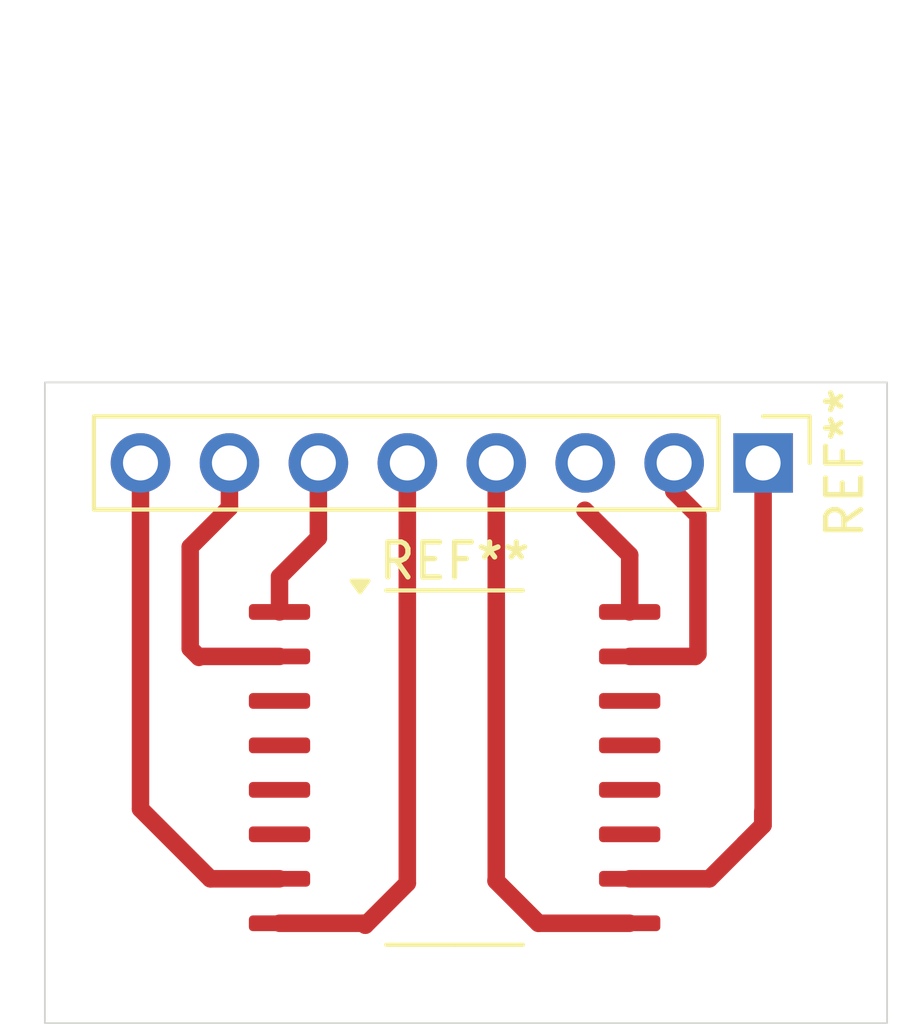
<source format=kicad_pcb>
(kicad_pcb (version 20240108) (generator "pcbnew") (generator_version "8.0")
  (layers (0 "F.Cu" signal) (31 "B.Cu" signal) (34 "B.Paste" user) (35 "F.Paste" user) (36 "B.SilkS" user "B.Silkscreen") (37 "F.SilkS" user "F.Silkscreen") (38 "B.Mask" user) (39 "F.Mask" user) (44 "Edge.Cuts" user))
  (net 0 "")
  (footprint "Connector_PinHeader_2.54mm:PinHeader_1x08_P2.54mm_Vertical" (layer "F.Cu") (at 140.76 114.15 -90)
    (property "Reference" "REF**" (at 0 -2.33 90) (layer "F.SilkS"))
    (property "Value" "PinHeader_1x08_P2.54mm_Vertical")
    (fp_line (start -1.33 19.11) (end 1.33 19.11) (stroke (width 0.12)) (layer "F.SilkS"))
    (fp_line (start -1.33 1.27) (end -1.33 19.11) (stroke (width 0.12)) (layer "F.SilkS"))
    (fp_line (start -1.33 1.27) (end 1.33 1.27) (stroke (width 0.12)) (layer "F.SilkS"))
    (fp_line (start 1.33 1.27) (end 1.33 19.11) (stroke (width 0.12)) (layer "F.SilkS"))
    (fp_line (start -1.33 0) (end -1.33 -1.33) (stroke (width 0.12)) (layer "F.SilkS"))
    (fp_line (start -1.33 -1.33) (end 0 -1.33) (stroke (width 0.12)) (layer "F.SilkS"))
    (pad "1" thru_hole rect (at 0 0 270) (size 1.7 1.7) (drill 1) (layers "*.Cu" "*.Mask"))
    (pad "2" thru_hole oval (at 0 2.54 270) (size 1.7 1.7) (drill 1) (layers "*.Cu" "*.Mask"))
    (pad "3" thru_hole oval (at 0 5.08 270) (size 1.7 1.7) (drill 1) (layers "*.Cu" "*.Mask"))
    (pad "4" thru_hole oval (at 0 7.62 270) (size 1.7 1.7) (drill 1) (layers "*.Cu" "*.Mask"))
    (pad "5" thru_hole oval (at 0 10.16 270) (size 1.7 1.7) (drill 1) (layers "*.Cu" "*.Mask"))
    (pad "6" thru_hole oval (at 0 12.7 270) (size 1.7 1.7) (drill 1) (layers "*.Cu" "*.Mask"))
    (pad "7" thru_hole oval (at 0 15.24 270) (size 1.7 1.7) (drill 1) (layers "*.Cu" "*.Mask"))
    (pad "8" thru_hole oval (at 0 17.78 270) (size 1.7 1.7) (drill 1) (layers "*.Cu" "*.Mask"))
  )
  (footprint "custom:SO-16_10.31x10.31mm_P1.27mm" (layer "F.Cu") (at 131.95 122.85)
    (property "Reference" "REF**" (at 0 -5.9 0) (layer "F.SilkS"))
    (property "Value" "SO-16_10.31x10.31mm_P1.27mm")
    (fp_line (start 0 -5.06) (end -1.95 -5.06) (stroke (width 0.12)) (layer "F.SilkS"))
    (fp_line (start 0 -5.06) (end 1.95 -5.06) (stroke (width 0.12)) (layer "F.SilkS"))
    (fp_line (start 0 5.06) (end -1.95 5.06) (stroke (width 0.12)) (layer "F.SilkS"))
    (fp_line (start 0 5.06) (end 1.95 5.06) (stroke (width 0.12)) (layer "F.SilkS"))
    (fp_poly (pts (xy -2.7 -5.005) (xy -2.94 -5.335) (xy -2.46 -5.335) (xy -2.7 -5.005)) (stroke (width 0.12)) (fill solid) (layer "F.SilkS"))
    (pad "1" smd roundrect (at -5 -4.445) (size 1.75 0.45) (layers "F.Cu" "F.Paste" "F.Mask"))
    (pad "2" smd roundrect (at -5 -3.175) (size 1.75 0.45) (layers "F.Cu" "F.Paste" "F.Mask"))
    (pad "3" smd roundrect (at -5 -1.905) (size 1.75 0.45) (layers "F.Cu" "F.Paste" "F.Mask"))
    (pad "4" smd roundrect (at -5 -0.635) (size 1.75 0.45) (layers "F.Cu" "F.Paste" "F.Mask"))
    (pad "5" smd roundrect (at -5 0.635) (size 1.75 0.45) (layers "F.Cu" "F.Paste" "F.Mask"))
    (pad "6" smd roundrect (at -5 1.905) (size 1.75 0.45) (layers "F.Cu" "F.Paste" "F.Mask"))
    (pad "7" smd roundrect (at -5 3.175) (size 1.75 0.45) (layers "F.Cu" "F.Paste" "F.Mask"))
    (pad "8" smd roundrect (at -5 4.445) (size 1.75 0.45) (layers "F.Cu" "F.Paste" "F.Mask"))
    (pad "9" smd roundrect (at 5 4.445) (size 1.75 0.45) (layers "F.Cu" "F.Paste" "F.Mask"))
    (pad "10" smd roundrect (at 5 3.175) (size 1.75 0.45) (layers "F.Cu" "F.Paste" "F.Mask"))
    (pad "11" smd roundrect (at 5 1.905) (size 1.75 0.45) (layers "F.Cu" "F.Paste" "F.Mask"))
    (pad "12" smd roundrect (at 5 0.635) (size 1.75 0.45) (layers "F.Cu" "F.Paste" "F.Mask"))
    (pad "13" smd roundrect (at 5 -0.635) (size 1.75 0.45) (layers "F.Cu" "F.Paste" "F.Mask"))
    (pad "14" smd roundrect (at 5 -1.905) (size 1.75 0.45) (layers "F.Cu" "F.Paste" "F.Mask"))
    (pad "15" smd roundrect (at 5 -3.175) (size 1.75 0.45) (layers "F.Cu" "F.Paste" "F.Mask"))
    (pad "16" smd roundrect (at 5 -4.445) (size 1.75 0.45) (layers "F.Cu" "F.Paste" "F.Mask"))
  )
  (gr_rect (start 120.25 111.85) (end 144.3 130.15) (stroke (width 0.05)) (fill none) (layer "Edge.Cuts"))
  (segment (start 126.95 119.675) (end 124.675 119.675) (width 0.5) (layer "F.Cu") (net 0))
  (segment (start 138.9 115.65) (end 138.21 114.96) (width 0.5) (layer "F.Cu") (net 0))
  (segment (start 134.345 127.295) (end 133.13 126.08) (width 0.5) (layer "F.Cu") (net 0))
  (segment (start 140.75 124.5) (end 140.75 124.1) (width 0.5) (layer "F.Cu") (net 0))
  (segment (start 136.95 116.78) (end 135.67 115.5) (width 0.5) (layer "F.Cu") (net 0))
  (segment (start 138.825 119.675) (end 138.9 119.6) (width 0.5) (layer "F.Cu") (net 0))
  (segment (start 124.65 119.7) (end 124.4 119.45) (width 0.5) (layer "F.Cu") (net 0))
  (segment (start 129.4 127.35) (end 130.6 126.15) (width 0.5) (layer "F.Cu") (net 0))
  (segment (start 122.98 124.03) (end 122.98 114.15) (width 0.5) (layer "F.Cu") (net 0))
  (segment (start 124.675 119.675) (end 124.65 119.7) (width 0.5) (layer "F.Cu") (net 0))
  (segment (start 136.95 126.025) (end 139.225 126.025) (width 0.5) (layer "F.Cu") (net 0))
  (segment (start 124.4 116.55) (end 125.52 115.43) (width 0.5) (layer "F.Cu") (net 0))
  (segment (start 128.06 116.29) (end 128.06 114.15) (width 0.5) (layer "F.Cu") (net 0))
  (segment (start 140.76 124.49) (end 140.225 125.025) (width 0.5) (layer "F.Cu") (net 0))
  (segment (start 133.14 114.15) (end 133.14 126.09) (width 0.5) (layer "F.Cu") (net 0))
  (segment (start 126.95 127.295) (end 129.345 127.295) (width 0.5) (layer "F.Cu") (net 0))
  (segment (start 124.4 119.45) (end 124.4 116.55) (width 0.5) (layer "F.Cu") (net 0))
  (segment (start 124.975 126.025) (end 122.98 124.03) (width 0.5) (layer "F.Cu") (net 0))
  (segment (start 130.6 126.15) (end 130.6 114.15) (width 0.5) (layer "F.Cu") (net 0))
  (segment (start 125.52 115.43) (end 125.52 114.15) (width 0.5) (layer "F.Cu") (net 0))
  (segment (start 133.14 126.09) (end 134.345 127.295) (width 0.5) (layer "F.Cu") (net 0))
  (segment (start 140.76 114.15) (end 140.76 124.49) (width 0.5) (layer "F.Cu") (net 0))
  (segment (start 126.95 118.405) (end 126.95 117.4) (width 0.5) (layer "F.Cu") (net 0))
  (segment (start 140.225 125.025) (end 140.75 124.5) (width 0.5) (layer "F.Cu") (net 0))
  (segment (start 126.95 117.4) (end 128.06 116.29) (width 0.5) (layer "F.Cu") (net 0))
  (segment (start 136.95 118.405) (end 136.95 116.78) (width 0.5) (layer "F.Cu") (net 0))
  (segment (start 139.225 126.025) (end 140.225 125.025) (width 0.5) (layer "F.Cu") (net 0))
  (segment (start 136.95 127.295) (end 134.345 127.295) (width 0.5) (layer "F.Cu") (net 0))
  (segment (start 136.95 119.675) (end 138.825 119.675) (width 0.5) (layer "F.Cu") (net 0))
  (segment (start 126.95 126.025) (end 124.975 126.025) (width 0.5) (layer "F.Cu") (net 0))
  (segment (start 138.9 119.6) (end 138.9 115.65) (width 0.5) (layer "F.Cu") (net 0))
  (segment (start 129.345 127.295) (end 129.4 127.35) (width 0.5) (layer "F.Cu") (net 0))
)
</source>
